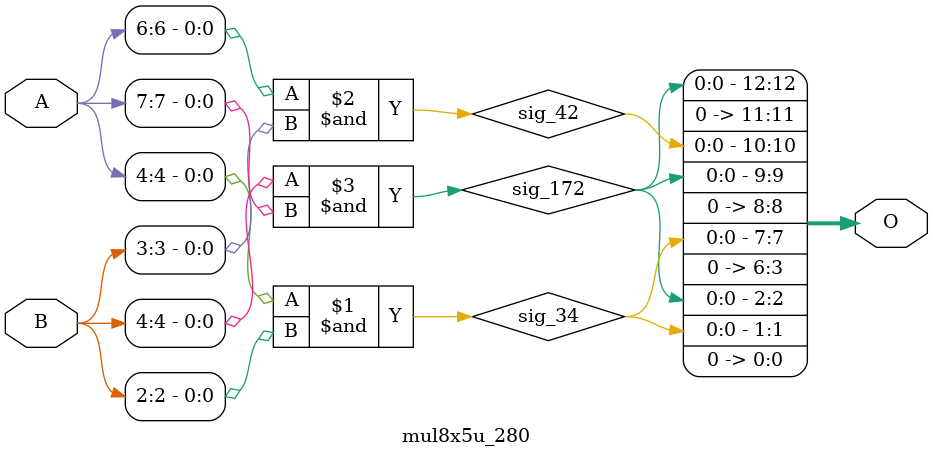
<source format=v>
/***
* This code is a part of EvoApproxLib library (ehw.fit.vutbr.cz/approxlib) distributed under The MIT License.
* When used, please cite the following article(s):  
* This file contains a circuit from a sub-set of pareto optimal circuits with respect to the pwr and wce parameters
***/
// MAE% = 10.42 %
// MAE = 853 
// WCE% = 34.07 %
// WCE = 2791 
// WCRE% = 125.20 %
// EP% = 96.48 %
// MRE% = 66.45 %
// MSE = 12108.165e2 
// PDK45_PWR = 0.00089 mW
// PDK45_AREA = 7.0 um2
// PDK45_DELAY = 0.04 ns

module mul8x5u_280 (
    A,
    B,
    O
);

input [7:0] A;
input [4:0] B;
output [12:0] O;

wire sig_34,sig_42,sig_172;

assign sig_34 = A[4] & B[2];
assign sig_42 = A[6] & B[3];
assign sig_172 = B[4] & A[7];

assign O[12] = sig_172;
assign O[11] = 1'b0;
assign O[10] = sig_42;
assign O[9] = sig_172;
assign O[8] = 1'b0;
assign O[7] = sig_34;
assign O[6] = 1'b0;
assign O[5] = 1'b0;
assign O[4] = 1'b0;
assign O[3] = 1'b0;
assign O[2] = sig_172;
assign O[1] = sig_34;
assign O[0] = 1'b0;

endmodule



</source>
